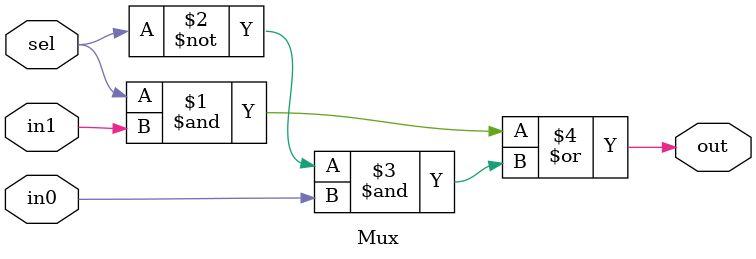
<source format=v>
module Mux (sel,in0,in1,out);
input sel,in0,in1;
output out;

assign out = (sel & in1) | ((~ sel) & in0);

endmodule
</source>
